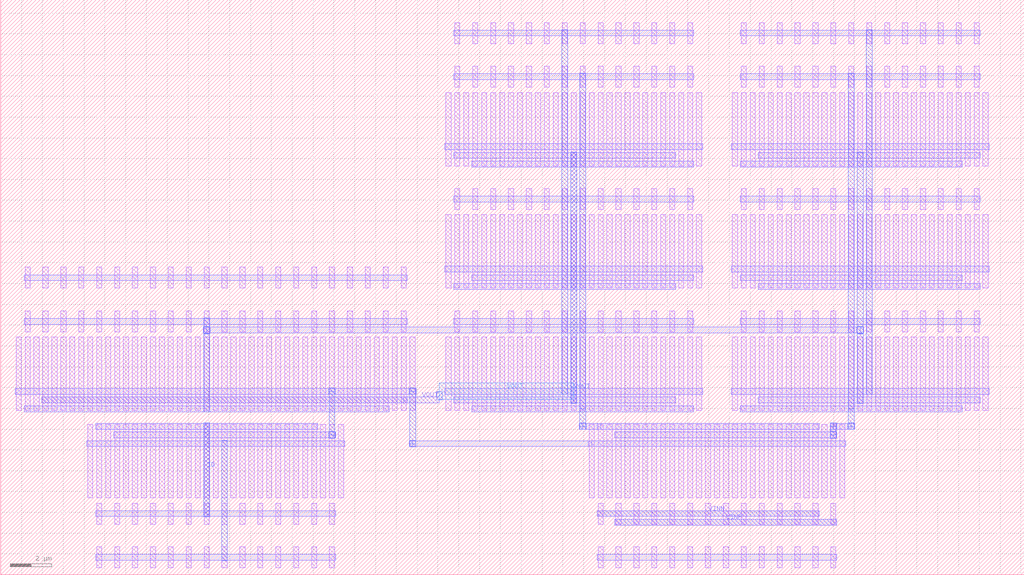
<source format=lef>
MACRO CURRENT_MIRROR_OTA
  ORIGIN 0 0 ;
  FOREIGN CURRENT_MIRROR_OTA 0 0 ;
  SIZE 49.15 BY 27.64 ;
  PIN ID
    DIRECTION INOUT ;
    USE SIGNAL ;
    PORT 
      LAYER M3 ;
        RECT 9.75 2.78 10.03 7.3 ;
    END
  END ID
  PIN VOUT
    DIRECTION INOUT ;
    USE SIGNAL ;
    PORT 
      LAYER M2 ;
        RECT 1.98 8.26 19.52 8.54 ;
      LAYER M3 ;
        RECT 27.38 8.24 27.66 20.32 ;
      LAYER M2 ;
        RECT 19.35 8.26 21.07 8.54 ;
      LAYER M3 ;
        RECT 20.93 8.4 21.21 8.82 ;
      LAYER M4 ;
        RECT 21.07 8.42 27.52 9.22 ;
      LAYER M3 ;
        RECT 27.38 8.635 27.66 9.005 ;
    END
  END VOUT
  PIN VINN
    DIRECTION INOUT ;
    USE SIGNAL ;
    PORT 
      LAYER M2 ;
        RECT 28.64 2.8 39.3 3.08 ;
    END
  END VINN
  PIN VINP
    DIRECTION INOUT ;
    USE SIGNAL ;
    PORT 
      LAYER M2 ;
        RECT 29.5 2.38 40.16 2.66 ;
    END
  END VINP
  OBS 
  LAYER M2 ;
        RECT 5.42 6.58 16.08 6.86 ;
  LAYER M2 ;
        RECT 0.69 8.68 19.95 8.96 ;
  LAYER M2 ;
        RECT 28.21 6.16 40.59 6.44 ;
  LAYER M2 ;
        RECT 15.75 6.58 16.07 6.86 ;
  LAYER M3 ;
        RECT 15.77 6.72 16.05 8.82 ;
  LAYER M2 ;
        RECT 15.75 8.68 16.07 8.96 ;
  LAYER M2 ;
        RECT 19.62 8.68 19.94 8.96 ;
  LAYER M3 ;
        RECT 19.64 6.3 19.92 8.82 ;
  LAYER M2 ;
        RECT 19.78 6.16 28.38 6.44 ;
  LAYER M2 ;
        RECT 15.75 6.58 16.07 6.86 ;
  LAYER M3 ;
        RECT 15.77 6.56 16.05 6.88 ;
  LAYER M2 ;
        RECT 15.75 8.68 16.07 8.96 ;
  LAYER M3 ;
        RECT 15.77 8.66 16.05 8.98 ;
  LAYER M2 ;
        RECT 15.75 6.58 16.07 6.86 ;
  LAYER M3 ;
        RECT 15.77 6.56 16.05 6.88 ;
  LAYER M2 ;
        RECT 15.75 8.68 16.07 8.96 ;
  LAYER M3 ;
        RECT 15.77 8.66 16.05 8.98 ;
  LAYER M2 ;
        RECT 15.75 6.58 16.07 6.86 ;
  LAYER M3 ;
        RECT 15.77 6.56 16.05 6.88 ;
  LAYER M2 ;
        RECT 15.75 8.68 16.07 8.96 ;
  LAYER M3 ;
        RECT 15.77 8.66 16.05 8.98 ;
  LAYER M2 ;
        RECT 19.62 6.16 19.94 6.44 ;
  LAYER M3 ;
        RECT 19.64 6.14 19.92 6.46 ;
  LAYER M2 ;
        RECT 19.62 8.68 19.94 8.96 ;
  LAYER M3 ;
        RECT 19.64 8.66 19.92 8.98 ;
  LAYER M2 ;
        RECT 15.75 6.58 16.07 6.86 ;
  LAYER M3 ;
        RECT 15.77 6.56 16.05 6.88 ;
  LAYER M2 ;
        RECT 15.75 8.68 16.07 8.96 ;
  LAYER M3 ;
        RECT 15.77 8.66 16.05 8.98 ;
  LAYER M2 ;
        RECT 19.62 6.16 19.94 6.44 ;
  LAYER M3 ;
        RECT 19.64 6.14 19.92 6.46 ;
  LAYER M2 ;
        RECT 19.62 8.68 19.94 8.96 ;
  LAYER M3 ;
        RECT 19.64 8.66 19.92 8.98 ;
  LAYER M2 ;
        RECT 28.64 7 39.3 7.28 ;
  LAYER M3 ;
        RECT 27.81 7.82 28.09 24.1 ;
  LAYER M2 ;
        RECT 27.95 7 28.81 7.28 ;
  LAYER M3 ;
        RECT 27.81 7.14 28.09 7.98 ;
  LAYER M2 ;
        RECT 27.79 7 28.11 7.28 ;
  LAYER M3 ;
        RECT 27.81 6.98 28.09 7.3 ;
  LAYER M2 ;
        RECT 27.79 7 28.11 7.28 ;
  LAYER M3 ;
        RECT 27.81 6.98 28.09 7.3 ;
  LAYER M2 ;
        RECT 29.5 6.58 40.16 6.86 ;
  LAYER M3 ;
        RECT 40.71 7.82 40.99 24.1 ;
  LAYER M2 ;
        RECT 39.83 6.58 40.15 6.86 ;
  LAYER M3 ;
        RECT 39.85 6.72 40.13 7.14 ;
  LAYER M2 ;
        RECT 39.99 7 40.85 7.28 ;
  LAYER M3 ;
        RECT 40.71 7.14 40.99 7.98 ;
  LAYER M2 ;
        RECT 39.83 6.58 40.15 6.86 ;
  LAYER M3 ;
        RECT 39.85 6.56 40.13 6.88 ;
  LAYER M2 ;
        RECT 39.83 7 40.15 7.28 ;
  LAYER M3 ;
        RECT 39.85 6.98 40.13 7.3 ;
  LAYER M2 ;
        RECT 40.69 7 41.01 7.28 ;
  LAYER M3 ;
        RECT 40.71 6.98 40.99 7.3 ;
  LAYER M2 ;
        RECT 39.83 6.58 40.15 6.86 ;
  LAYER M3 ;
        RECT 39.85 6.56 40.13 6.88 ;
  LAYER M2 ;
        RECT 39.83 7 40.15 7.28 ;
  LAYER M3 ;
        RECT 39.85 6.98 40.13 7.3 ;
  LAYER M2 ;
        RECT 40.69 7 41.01 7.28 ;
  LAYER M3 ;
        RECT 40.71 6.98 40.99 7.3 ;
  LAYER M3 ;
        RECT 9.75 7.82 10.03 12.34 ;
  LAYER M3 ;
        RECT 41.14 8.24 41.42 20.32 ;
  LAYER M3 ;
        RECT 9.75 11.575 10.03 11.945 ;
  LAYER M2 ;
        RECT 9.89 11.62 41.28 11.9 ;
  LAYER M3 ;
        RECT 41.14 11.575 41.42 11.945 ;
  LAYER M2 ;
        RECT 9.73 11.62 10.05 11.9 ;
  LAYER M3 ;
        RECT 9.75 11.6 10.03 11.92 ;
  LAYER M2 ;
        RECT 41.12 11.62 41.44 11.9 ;
  LAYER M3 ;
        RECT 41.14 11.6 41.42 11.92 ;
  LAYER M2 ;
        RECT 9.73 11.62 10.05 11.9 ;
  LAYER M3 ;
        RECT 9.75 11.6 10.03 11.92 ;
  LAYER M2 ;
        RECT 41.12 11.62 41.44 11.9 ;
  LAYER M3 ;
        RECT 41.14 11.6 41.42 11.92 ;
  LAYER M1 ;
        RECT 4.605 3.695 4.855 7.225 ;
  LAYER M1 ;
        RECT 4.605 2.435 4.855 3.445 ;
  LAYER M1 ;
        RECT 4.605 0.335 4.855 1.345 ;
  LAYER M1 ;
        RECT 4.175 3.695 4.425 7.225 ;
  LAYER M1 ;
        RECT 5.035 3.695 5.285 7.225 ;
  LAYER M1 ;
        RECT 5.465 3.695 5.715 7.225 ;
  LAYER M1 ;
        RECT 5.465 2.435 5.715 3.445 ;
  LAYER M1 ;
        RECT 5.465 0.335 5.715 1.345 ;
  LAYER M1 ;
        RECT 5.895 3.695 6.145 7.225 ;
  LAYER M1 ;
        RECT 6.325 3.695 6.575 7.225 ;
  LAYER M1 ;
        RECT 6.325 2.435 6.575 3.445 ;
  LAYER M1 ;
        RECT 6.325 0.335 6.575 1.345 ;
  LAYER M1 ;
        RECT 6.755 3.695 7.005 7.225 ;
  LAYER M1 ;
        RECT 7.185 3.695 7.435 7.225 ;
  LAYER M1 ;
        RECT 7.185 2.435 7.435 3.445 ;
  LAYER M1 ;
        RECT 7.185 0.335 7.435 1.345 ;
  LAYER M1 ;
        RECT 7.615 3.695 7.865 7.225 ;
  LAYER M1 ;
        RECT 8.045 3.695 8.295 7.225 ;
  LAYER M1 ;
        RECT 8.045 2.435 8.295 3.445 ;
  LAYER M1 ;
        RECT 8.045 0.335 8.295 1.345 ;
  LAYER M1 ;
        RECT 8.475 3.695 8.725 7.225 ;
  LAYER M1 ;
        RECT 8.905 3.695 9.155 7.225 ;
  LAYER M1 ;
        RECT 8.905 2.435 9.155 3.445 ;
  LAYER M1 ;
        RECT 8.905 0.335 9.155 1.345 ;
  LAYER M1 ;
        RECT 9.335 3.695 9.585 7.225 ;
  LAYER M1 ;
        RECT 9.765 3.695 10.015 7.225 ;
  LAYER M1 ;
        RECT 9.765 2.435 10.015 3.445 ;
  LAYER M1 ;
        RECT 9.765 0.335 10.015 1.345 ;
  LAYER M1 ;
        RECT 10.195 3.695 10.445 7.225 ;
  LAYER M1 ;
        RECT 10.625 3.695 10.875 7.225 ;
  LAYER M1 ;
        RECT 10.625 2.435 10.875 3.445 ;
  LAYER M1 ;
        RECT 10.625 0.335 10.875 1.345 ;
  LAYER M1 ;
        RECT 11.055 3.695 11.305 7.225 ;
  LAYER M1 ;
        RECT 11.485 3.695 11.735 7.225 ;
  LAYER M1 ;
        RECT 11.485 2.435 11.735 3.445 ;
  LAYER M1 ;
        RECT 11.485 0.335 11.735 1.345 ;
  LAYER M1 ;
        RECT 11.915 3.695 12.165 7.225 ;
  LAYER M1 ;
        RECT 12.345 3.695 12.595 7.225 ;
  LAYER M1 ;
        RECT 12.345 2.435 12.595 3.445 ;
  LAYER M1 ;
        RECT 12.345 0.335 12.595 1.345 ;
  LAYER M1 ;
        RECT 12.775 3.695 13.025 7.225 ;
  LAYER M1 ;
        RECT 13.205 3.695 13.455 7.225 ;
  LAYER M1 ;
        RECT 13.205 2.435 13.455 3.445 ;
  LAYER M1 ;
        RECT 13.205 0.335 13.455 1.345 ;
  LAYER M1 ;
        RECT 13.635 3.695 13.885 7.225 ;
  LAYER M1 ;
        RECT 14.065 3.695 14.315 7.225 ;
  LAYER M1 ;
        RECT 14.065 2.435 14.315 3.445 ;
  LAYER M1 ;
        RECT 14.065 0.335 14.315 1.345 ;
  LAYER M1 ;
        RECT 14.495 3.695 14.745 7.225 ;
  LAYER M1 ;
        RECT 14.925 3.695 15.175 7.225 ;
  LAYER M1 ;
        RECT 14.925 2.435 15.175 3.445 ;
  LAYER M1 ;
        RECT 14.925 0.335 15.175 1.345 ;
  LAYER M1 ;
        RECT 15.355 3.695 15.605 7.225 ;
  LAYER M1 ;
        RECT 15.785 3.695 16.035 7.225 ;
  LAYER M1 ;
        RECT 15.785 2.435 16.035 3.445 ;
  LAYER M1 ;
        RECT 15.785 0.335 16.035 1.345 ;
  LAYER M1 ;
        RECT 16.215 3.695 16.465 7.225 ;
  LAYER M2 ;
        RECT 4.56 2.8 16.08 3.08 ;
  LAYER M2 ;
        RECT 4.56 7 15.22 7.28 ;
  LAYER M2 ;
        RECT 4.13 6.16 16.51 6.44 ;
  LAYER M2 ;
        RECT 4.56 0.7 16.08 0.98 ;
  LAYER M3 ;
        RECT 9.75 2.78 10.03 7.3 ;
  LAYER M2 ;
        RECT 5.42 6.58 16.08 6.86 ;
  LAYER M3 ;
        RECT 10.61 0.68 10.89 6.46 ;
  LAYER M1 ;
        RECT 32.985 7.895 33.235 11.425 ;
  LAYER M1 ;
        RECT 32.985 11.675 33.235 12.685 ;
  LAYER M1 ;
        RECT 32.985 13.775 33.235 17.305 ;
  LAYER M1 ;
        RECT 32.985 17.555 33.235 18.565 ;
  LAYER M1 ;
        RECT 32.985 19.655 33.235 23.185 ;
  LAYER M1 ;
        RECT 32.985 23.435 33.235 24.445 ;
  LAYER M1 ;
        RECT 32.985 25.535 33.235 26.545 ;
  LAYER M1 ;
        RECT 33.415 7.895 33.665 11.425 ;
  LAYER M1 ;
        RECT 33.415 13.775 33.665 17.305 ;
  LAYER M1 ;
        RECT 33.415 19.655 33.665 23.185 ;
  LAYER M1 ;
        RECT 32.555 7.895 32.805 11.425 ;
  LAYER M1 ;
        RECT 32.555 13.775 32.805 17.305 ;
  LAYER M1 ;
        RECT 32.555 19.655 32.805 23.185 ;
  LAYER M1 ;
        RECT 32.125 7.895 32.375 11.425 ;
  LAYER M1 ;
        RECT 32.125 11.675 32.375 12.685 ;
  LAYER M1 ;
        RECT 32.125 13.775 32.375 17.305 ;
  LAYER M1 ;
        RECT 32.125 17.555 32.375 18.565 ;
  LAYER M1 ;
        RECT 32.125 19.655 32.375 23.185 ;
  LAYER M1 ;
        RECT 32.125 23.435 32.375 24.445 ;
  LAYER M1 ;
        RECT 32.125 25.535 32.375 26.545 ;
  LAYER M1 ;
        RECT 31.695 7.895 31.945 11.425 ;
  LAYER M1 ;
        RECT 31.695 13.775 31.945 17.305 ;
  LAYER M1 ;
        RECT 31.695 19.655 31.945 23.185 ;
  LAYER M1 ;
        RECT 31.265 7.895 31.515 11.425 ;
  LAYER M1 ;
        RECT 31.265 11.675 31.515 12.685 ;
  LAYER M1 ;
        RECT 31.265 13.775 31.515 17.305 ;
  LAYER M1 ;
        RECT 31.265 17.555 31.515 18.565 ;
  LAYER M1 ;
        RECT 31.265 19.655 31.515 23.185 ;
  LAYER M1 ;
        RECT 31.265 23.435 31.515 24.445 ;
  LAYER M1 ;
        RECT 31.265 25.535 31.515 26.545 ;
  LAYER M1 ;
        RECT 30.835 7.895 31.085 11.425 ;
  LAYER M1 ;
        RECT 30.835 13.775 31.085 17.305 ;
  LAYER M1 ;
        RECT 30.835 19.655 31.085 23.185 ;
  LAYER M1 ;
        RECT 30.405 7.895 30.655 11.425 ;
  LAYER M1 ;
        RECT 30.405 11.675 30.655 12.685 ;
  LAYER M1 ;
        RECT 30.405 13.775 30.655 17.305 ;
  LAYER M1 ;
        RECT 30.405 17.555 30.655 18.565 ;
  LAYER M1 ;
        RECT 30.405 19.655 30.655 23.185 ;
  LAYER M1 ;
        RECT 30.405 23.435 30.655 24.445 ;
  LAYER M1 ;
        RECT 30.405 25.535 30.655 26.545 ;
  LAYER M1 ;
        RECT 29.975 7.895 30.225 11.425 ;
  LAYER M1 ;
        RECT 29.975 13.775 30.225 17.305 ;
  LAYER M1 ;
        RECT 29.975 19.655 30.225 23.185 ;
  LAYER M1 ;
        RECT 29.545 7.895 29.795 11.425 ;
  LAYER M1 ;
        RECT 29.545 11.675 29.795 12.685 ;
  LAYER M1 ;
        RECT 29.545 13.775 29.795 17.305 ;
  LAYER M1 ;
        RECT 29.545 17.555 29.795 18.565 ;
  LAYER M1 ;
        RECT 29.545 19.655 29.795 23.185 ;
  LAYER M1 ;
        RECT 29.545 23.435 29.795 24.445 ;
  LAYER M1 ;
        RECT 29.545 25.535 29.795 26.545 ;
  LAYER M1 ;
        RECT 29.115 7.895 29.365 11.425 ;
  LAYER M1 ;
        RECT 29.115 13.775 29.365 17.305 ;
  LAYER M1 ;
        RECT 29.115 19.655 29.365 23.185 ;
  LAYER M1 ;
        RECT 28.685 7.895 28.935 11.425 ;
  LAYER M1 ;
        RECT 28.685 11.675 28.935 12.685 ;
  LAYER M1 ;
        RECT 28.685 13.775 28.935 17.305 ;
  LAYER M1 ;
        RECT 28.685 17.555 28.935 18.565 ;
  LAYER M1 ;
        RECT 28.685 19.655 28.935 23.185 ;
  LAYER M1 ;
        RECT 28.685 23.435 28.935 24.445 ;
  LAYER M1 ;
        RECT 28.685 25.535 28.935 26.545 ;
  LAYER M1 ;
        RECT 28.255 7.895 28.505 11.425 ;
  LAYER M1 ;
        RECT 28.255 13.775 28.505 17.305 ;
  LAYER M1 ;
        RECT 28.255 19.655 28.505 23.185 ;
  LAYER M1 ;
        RECT 27.825 7.895 28.075 11.425 ;
  LAYER M1 ;
        RECT 27.825 11.675 28.075 12.685 ;
  LAYER M1 ;
        RECT 27.825 13.775 28.075 17.305 ;
  LAYER M1 ;
        RECT 27.825 17.555 28.075 18.565 ;
  LAYER M1 ;
        RECT 27.825 19.655 28.075 23.185 ;
  LAYER M1 ;
        RECT 27.825 23.435 28.075 24.445 ;
  LAYER M1 ;
        RECT 27.825 25.535 28.075 26.545 ;
  LAYER M1 ;
        RECT 27.395 7.895 27.645 11.425 ;
  LAYER M1 ;
        RECT 27.395 13.775 27.645 17.305 ;
  LAYER M1 ;
        RECT 27.395 19.655 27.645 23.185 ;
  LAYER M1 ;
        RECT 26.965 7.895 27.215 11.425 ;
  LAYER M1 ;
        RECT 26.965 11.675 27.215 12.685 ;
  LAYER M1 ;
        RECT 26.965 13.775 27.215 17.305 ;
  LAYER M1 ;
        RECT 26.965 17.555 27.215 18.565 ;
  LAYER M1 ;
        RECT 26.965 19.655 27.215 23.185 ;
  LAYER M1 ;
        RECT 26.965 23.435 27.215 24.445 ;
  LAYER M1 ;
        RECT 26.965 25.535 27.215 26.545 ;
  LAYER M1 ;
        RECT 26.535 7.895 26.785 11.425 ;
  LAYER M1 ;
        RECT 26.535 13.775 26.785 17.305 ;
  LAYER M1 ;
        RECT 26.535 19.655 26.785 23.185 ;
  LAYER M1 ;
        RECT 26.105 7.895 26.355 11.425 ;
  LAYER M1 ;
        RECT 26.105 11.675 26.355 12.685 ;
  LAYER M1 ;
        RECT 26.105 13.775 26.355 17.305 ;
  LAYER M1 ;
        RECT 26.105 17.555 26.355 18.565 ;
  LAYER M1 ;
        RECT 26.105 19.655 26.355 23.185 ;
  LAYER M1 ;
        RECT 26.105 23.435 26.355 24.445 ;
  LAYER M1 ;
        RECT 26.105 25.535 26.355 26.545 ;
  LAYER M1 ;
        RECT 25.675 7.895 25.925 11.425 ;
  LAYER M1 ;
        RECT 25.675 13.775 25.925 17.305 ;
  LAYER M1 ;
        RECT 25.675 19.655 25.925 23.185 ;
  LAYER M1 ;
        RECT 25.245 7.895 25.495 11.425 ;
  LAYER M1 ;
        RECT 25.245 11.675 25.495 12.685 ;
  LAYER M1 ;
        RECT 25.245 13.775 25.495 17.305 ;
  LAYER M1 ;
        RECT 25.245 17.555 25.495 18.565 ;
  LAYER M1 ;
        RECT 25.245 19.655 25.495 23.185 ;
  LAYER M1 ;
        RECT 25.245 23.435 25.495 24.445 ;
  LAYER M1 ;
        RECT 25.245 25.535 25.495 26.545 ;
  LAYER M1 ;
        RECT 24.815 7.895 25.065 11.425 ;
  LAYER M1 ;
        RECT 24.815 13.775 25.065 17.305 ;
  LAYER M1 ;
        RECT 24.815 19.655 25.065 23.185 ;
  LAYER M1 ;
        RECT 24.385 7.895 24.635 11.425 ;
  LAYER M1 ;
        RECT 24.385 11.675 24.635 12.685 ;
  LAYER M1 ;
        RECT 24.385 13.775 24.635 17.305 ;
  LAYER M1 ;
        RECT 24.385 17.555 24.635 18.565 ;
  LAYER M1 ;
        RECT 24.385 19.655 24.635 23.185 ;
  LAYER M1 ;
        RECT 24.385 23.435 24.635 24.445 ;
  LAYER M1 ;
        RECT 24.385 25.535 24.635 26.545 ;
  LAYER M1 ;
        RECT 23.955 7.895 24.205 11.425 ;
  LAYER M1 ;
        RECT 23.955 13.775 24.205 17.305 ;
  LAYER M1 ;
        RECT 23.955 19.655 24.205 23.185 ;
  LAYER M1 ;
        RECT 23.525 7.895 23.775 11.425 ;
  LAYER M1 ;
        RECT 23.525 11.675 23.775 12.685 ;
  LAYER M1 ;
        RECT 23.525 13.775 23.775 17.305 ;
  LAYER M1 ;
        RECT 23.525 17.555 23.775 18.565 ;
  LAYER M1 ;
        RECT 23.525 19.655 23.775 23.185 ;
  LAYER M1 ;
        RECT 23.525 23.435 23.775 24.445 ;
  LAYER M1 ;
        RECT 23.525 25.535 23.775 26.545 ;
  LAYER M1 ;
        RECT 23.095 7.895 23.345 11.425 ;
  LAYER M1 ;
        RECT 23.095 13.775 23.345 17.305 ;
  LAYER M1 ;
        RECT 23.095 19.655 23.345 23.185 ;
  LAYER M1 ;
        RECT 22.665 7.895 22.915 11.425 ;
  LAYER M1 ;
        RECT 22.665 11.675 22.915 12.685 ;
  LAYER M1 ;
        RECT 22.665 13.775 22.915 17.305 ;
  LAYER M1 ;
        RECT 22.665 17.555 22.915 18.565 ;
  LAYER M1 ;
        RECT 22.665 19.655 22.915 23.185 ;
  LAYER M1 ;
        RECT 22.665 23.435 22.915 24.445 ;
  LAYER M1 ;
        RECT 22.665 25.535 22.915 26.545 ;
  LAYER M1 ;
        RECT 22.235 7.895 22.485 11.425 ;
  LAYER M1 ;
        RECT 22.235 13.775 22.485 17.305 ;
  LAYER M1 ;
        RECT 22.235 19.655 22.485 23.185 ;
  LAYER M1 ;
        RECT 21.805 7.895 22.055 11.425 ;
  LAYER M1 ;
        RECT 21.805 11.675 22.055 12.685 ;
  LAYER M1 ;
        RECT 21.805 13.775 22.055 17.305 ;
  LAYER M1 ;
        RECT 21.805 17.555 22.055 18.565 ;
  LAYER M1 ;
        RECT 21.805 19.655 22.055 23.185 ;
  LAYER M1 ;
        RECT 21.805 23.435 22.055 24.445 ;
  LAYER M1 ;
        RECT 21.805 25.535 22.055 26.545 ;
  LAYER M1 ;
        RECT 21.375 7.895 21.625 11.425 ;
  LAYER M1 ;
        RECT 21.375 13.775 21.625 17.305 ;
  LAYER M1 ;
        RECT 21.375 19.655 21.625 23.185 ;
  LAYER M2 ;
        RECT 21.76 12.04 33.28 12.32 ;
  LAYER M2 ;
        RECT 22.62 7.84 33.28 8.12 ;
  LAYER M2 ;
        RECT 21.76 8.26 32.42 8.54 ;
  LAYER M2 ;
        RECT 21.33 8.68 33.71 8.96 ;
  LAYER M2 ;
        RECT 21.76 17.92 33.28 18.2 ;
  LAYER M2 ;
        RECT 21.76 13.72 32.42 14 ;
  LAYER M2 ;
        RECT 22.62 14.14 33.28 14.42 ;
  LAYER M2 ;
        RECT 21.33 14.56 33.71 14.84 ;
  LAYER M2 ;
        RECT 21.76 23.8 33.28 24.08 ;
  LAYER M2 ;
        RECT 22.62 19.6 33.28 19.88 ;
  LAYER M2 ;
        RECT 21.76 20.02 32.42 20.3 ;
  LAYER M2 ;
        RECT 21.33 20.44 33.71 20.72 ;
  LAYER M2 ;
        RECT 21.76 25.9 33.28 26.18 ;
  LAYER M3 ;
        RECT 27.81 7.82 28.09 24.1 ;
  LAYER M3 ;
        RECT 27.38 8.24 27.66 20.32 ;
  LAYER M3 ;
        RECT 26.95 8.66 27.23 26.2 ;
  LAYER M1 ;
        RECT 35.565 7.895 35.815 11.425 ;
  LAYER M1 ;
        RECT 35.565 11.675 35.815 12.685 ;
  LAYER M1 ;
        RECT 35.565 13.775 35.815 17.305 ;
  LAYER M1 ;
        RECT 35.565 17.555 35.815 18.565 ;
  LAYER M1 ;
        RECT 35.565 19.655 35.815 23.185 ;
  LAYER M1 ;
        RECT 35.565 23.435 35.815 24.445 ;
  LAYER M1 ;
        RECT 35.565 25.535 35.815 26.545 ;
  LAYER M1 ;
        RECT 35.135 7.895 35.385 11.425 ;
  LAYER M1 ;
        RECT 35.135 13.775 35.385 17.305 ;
  LAYER M1 ;
        RECT 35.135 19.655 35.385 23.185 ;
  LAYER M1 ;
        RECT 35.995 7.895 36.245 11.425 ;
  LAYER M1 ;
        RECT 35.995 13.775 36.245 17.305 ;
  LAYER M1 ;
        RECT 35.995 19.655 36.245 23.185 ;
  LAYER M1 ;
        RECT 36.425 7.895 36.675 11.425 ;
  LAYER M1 ;
        RECT 36.425 11.675 36.675 12.685 ;
  LAYER M1 ;
        RECT 36.425 13.775 36.675 17.305 ;
  LAYER M1 ;
        RECT 36.425 17.555 36.675 18.565 ;
  LAYER M1 ;
        RECT 36.425 19.655 36.675 23.185 ;
  LAYER M1 ;
        RECT 36.425 23.435 36.675 24.445 ;
  LAYER M1 ;
        RECT 36.425 25.535 36.675 26.545 ;
  LAYER M1 ;
        RECT 36.855 7.895 37.105 11.425 ;
  LAYER M1 ;
        RECT 36.855 13.775 37.105 17.305 ;
  LAYER M1 ;
        RECT 36.855 19.655 37.105 23.185 ;
  LAYER M1 ;
        RECT 37.285 7.895 37.535 11.425 ;
  LAYER M1 ;
        RECT 37.285 11.675 37.535 12.685 ;
  LAYER M1 ;
        RECT 37.285 13.775 37.535 17.305 ;
  LAYER M1 ;
        RECT 37.285 17.555 37.535 18.565 ;
  LAYER M1 ;
        RECT 37.285 19.655 37.535 23.185 ;
  LAYER M1 ;
        RECT 37.285 23.435 37.535 24.445 ;
  LAYER M1 ;
        RECT 37.285 25.535 37.535 26.545 ;
  LAYER M1 ;
        RECT 37.715 7.895 37.965 11.425 ;
  LAYER M1 ;
        RECT 37.715 13.775 37.965 17.305 ;
  LAYER M1 ;
        RECT 37.715 19.655 37.965 23.185 ;
  LAYER M1 ;
        RECT 38.145 7.895 38.395 11.425 ;
  LAYER M1 ;
        RECT 38.145 11.675 38.395 12.685 ;
  LAYER M1 ;
        RECT 38.145 13.775 38.395 17.305 ;
  LAYER M1 ;
        RECT 38.145 17.555 38.395 18.565 ;
  LAYER M1 ;
        RECT 38.145 19.655 38.395 23.185 ;
  LAYER M1 ;
        RECT 38.145 23.435 38.395 24.445 ;
  LAYER M1 ;
        RECT 38.145 25.535 38.395 26.545 ;
  LAYER M1 ;
        RECT 38.575 7.895 38.825 11.425 ;
  LAYER M1 ;
        RECT 38.575 13.775 38.825 17.305 ;
  LAYER M1 ;
        RECT 38.575 19.655 38.825 23.185 ;
  LAYER M1 ;
        RECT 39.005 7.895 39.255 11.425 ;
  LAYER M1 ;
        RECT 39.005 11.675 39.255 12.685 ;
  LAYER M1 ;
        RECT 39.005 13.775 39.255 17.305 ;
  LAYER M1 ;
        RECT 39.005 17.555 39.255 18.565 ;
  LAYER M1 ;
        RECT 39.005 19.655 39.255 23.185 ;
  LAYER M1 ;
        RECT 39.005 23.435 39.255 24.445 ;
  LAYER M1 ;
        RECT 39.005 25.535 39.255 26.545 ;
  LAYER M1 ;
        RECT 39.435 7.895 39.685 11.425 ;
  LAYER M1 ;
        RECT 39.435 13.775 39.685 17.305 ;
  LAYER M1 ;
        RECT 39.435 19.655 39.685 23.185 ;
  LAYER M1 ;
        RECT 39.865 7.895 40.115 11.425 ;
  LAYER M1 ;
        RECT 39.865 11.675 40.115 12.685 ;
  LAYER M1 ;
        RECT 39.865 13.775 40.115 17.305 ;
  LAYER M1 ;
        RECT 39.865 17.555 40.115 18.565 ;
  LAYER M1 ;
        RECT 39.865 19.655 40.115 23.185 ;
  LAYER M1 ;
        RECT 39.865 23.435 40.115 24.445 ;
  LAYER M1 ;
        RECT 39.865 25.535 40.115 26.545 ;
  LAYER M1 ;
        RECT 40.295 7.895 40.545 11.425 ;
  LAYER M1 ;
        RECT 40.295 13.775 40.545 17.305 ;
  LAYER M1 ;
        RECT 40.295 19.655 40.545 23.185 ;
  LAYER M1 ;
        RECT 40.725 7.895 40.975 11.425 ;
  LAYER M1 ;
        RECT 40.725 11.675 40.975 12.685 ;
  LAYER M1 ;
        RECT 40.725 13.775 40.975 17.305 ;
  LAYER M1 ;
        RECT 40.725 17.555 40.975 18.565 ;
  LAYER M1 ;
        RECT 40.725 19.655 40.975 23.185 ;
  LAYER M1 ;
        RECT 40.725 23.435 40.975 24.445 ;
  LAYER M1 ;
        RECT 40.725 25.535 40.975 26.545 ;
  LAYER M1 ;
        RECT 41.155 7.895 41.405 11.425 ;
  LAYER M1 ;
        RECT 41.155 13.775 41.405 17.305 ;
  LAYER M1 ;
        RECT 41.155 19.655 41.405 23.185 ;
  LAYER M1 ;
        RECT 41.585 7.895 41.835 11.425 ;
  LAYER M1 ;
        RECT 41.585 11.675 41.835 12.685 ;
  LAYER M1 ;
        RECT 41.585 13.775 41.835 17.305 ;
  LAYER M1 ;
        RECT 41.585 17.555 41.835 18.565 ;
  LAYER M1 ;
        RECT 41.585 19.655 41.835 23.185 ;
  LAYER M1 ;
        RECT 41.585 23.435 41.835 24.445 ;
  LAYER M1 ;
        RECT 41.585 25.535 41.835 26.545 ;
  LAYER M1 ;
        RECT 42.015 7.895 42.265 11.425 ;
  LAYER M1 ;
        RECT 42.015 13.775 42.265 17.305 ;
  LAYER M1 ;
        RECT 42.015 19.655 42.265 23.185 ;
  LAYER M1 ;
        RECT 42.445 7.895 42.695 11.425 ;
  LAYER M1 ;
        RECT 42.445 11.675 42.695 12.685 ;
  LAYER M1 ;
        RECT 42.445 13.775 42.695 17.305 ;
  LAYER M1 ;
        RECT 42.445 17.555 42.695 18.565 ;
  LAYER M1 ;
        RECT 42.445 19.655 42.695 23.185 ;
  LAYER M1 ;
        RECT 42.445 23.435 42.695 24.445 ;
  LAYER M1 ;
        RECT 42.445 25.535 42.695 26.545 ;
  LAYER M1 ;
        RECT 42.875 7.895 43.125 11.425 ;
  LAYER M1 ;
        RECT 42.875 13.775 43.125 17.305 ;
  LAYER M1 ;
        RECT 42.875 19.655 43.125 23.185 ;
  LAYER M1 ;
        RECT 43.305 7.895 43.555 11.425 ;
  LAYER M1 ;
        RECT 43.305 11.675 43.555 12.685 ;
  LAYER M1 ;
        RECT 43.305 13.775 43.555 17.305 ;
  LAYER M1 ;
        RECT 43.305 17.555 43.555 18.565 ;
  LAYER M1 ;
        RECT 43.305 19.655 43.555 23.185 ;
  LAYER M1 ;
        RECT 43.305 23.435 43.555 24.445 ;
  LAYER M1 ;
        RECT 43.305 25.535 43.555 26.545 ;
  LAYER M1 ;
        RECT 43.735 7.895 43.985 11.425 ;
  LAYER M1 ;
        RECT 43.735 13.775 43.985 17.305 ;
  LAYER M1 ;
        RECT 43.735 19.655 43.985 23.185 ;
  LAYER M1 ;
        RECT 44.165 7.895 44.415 11.425 ;
  LAYER M1 ;
        RECT 44.165 11.675 44.415 12.685 ;
  LAYER M1 ;
        RECT 44.165 13.775 44.415 17.305 ;
  LAYER M1 ;
        RECT 44.165 17.555 44.415 18.565 ;
  LAYER M1 ;
        RECT 44.165 19.655 44.415 23.185 ;
  LAYER M1 ;
        RECT 44.165 23.435 44.415 24.445 ;
  LAYER M1 ;
        RECT 44.165 25.535 44.415 26.545 ;
  LAYER M1 ;
        RECT 44.595 7.895 44.845 11.425 ;
  LAYER M1 ;
        RECT 44.595 13.775 44.845 17.305 ;
  LAYER M1 ;
        RECT 44.595 19.655 44.845 23.185 ;
  LAYER M1 ;
        RECT 45.025 7.895 45.275 11.425 ;
  LAYER M1 ;
        RECT 45.025 11.675 45.275 12.685 ;
  LAYER M1 ;
        RECT 45.025 13.775 45.275 17.305 ;
  LAYER M1 ;
        RECT 45.025 17.555 45.275 18.565 ;
  LAYER M1 ;
        RECT 45.025 19.655 45.275 23.185 ;
  LAYER M1 ;
        RECT 45.025 23.435 45.275 24.445 ;
  LAYER M1 ;
        RECT 45.025 25.535 45.275 26.545 ;
  LAYER M1 ;
        RECT 45.455 7.895 45.705 11.425 ;
  LAYER M1 ;
        RECT 45.455 13.775 45.705 17.305 ;
  LAYER M1 ;
        RECT 45.455 19.655 45.705 23.185 ;
  LAYER M1 ;
        RECT 45.885 7.895 46.135 11.425 ;
  LAYER M1 ;
        RECT 45.885 11.675 46.135 12.685 ;
  LAYER M1 ;
        RECT 45.885 13.775 46.135 17.305 ;
  LAYER M1 ;
        RECT 45.885 17.555 46.135 18.565 ;
  LAYER M1 ;
        RECT 45.885 19.655 46.135 23.185 ;
  LAYER M1 ;
        RECT 45.885 23.435 46.135 24.445 ;
  LAYER M1 ;
        RECT 45.885 25.535 46.135 26.545 ;
  LAYER M1 ;
        RECT 46.315 7.895 46.565 11.425 ;
  LAYER M1 ;
        RECT 46.315 13.775 46.565 17.305 ;
  LAYER M1 ;
        RECT 46.315 19.655 46.565 23.185 ;
  LAYER M1 ;
        RECT 46.745 7.895 46.995 11.425 ;
  LAYER M1 ;
        RECT 46.745 11.675 46.995 12.685 ;
  LAYER M1 ;
        RECT 46.745 13.775 46.995 17.305 ;
  LAYER M1 ;
        RECT 46.745 17.555 46.995 18.565 ;
  LAYER M1 ;
        RECT 46.745 19.655 46.995 23.185 ;
  LAYER M1 ;
        RECT 46.745 23.435 46.995 24.445 ;
  LAYER M1 ;
        RECT 46.745 25.535 46.995 26.545 ;
  LAYER M1 ;
        RECT 47.175 7.895 47.425 11.425 ;
  LAYER M1 ;
        RECT 47.175 13.775 47.425 17.305 ;
  LAYER M1 ;
        RECT 47.175 19.655 47.425 23.185 ;
  LAYER M2 ;
        RECT 35.52 12.04 47.04 12.32 ;
  LAYER M2 ;
        RECT 35.52 7.84 46.18 8.12 ;
  LAYER M2 ;
        RECT 36.38 8.26 47.04 8.54 ;
  LAYER M2 ;
        RECT 35.09 8.68 47.47 8.96 ;
  LAYER M2 ;
        RECT 35.52 17.92 47.04 18.2 ;
  LAYER M2 ;
        RECT 36.38 13.72 47.04 14 ;
  LAYER M2 ;
        RECT 35.52 14.14 46.18 14.42 ;
  LAYER M2 ;
        RECT 35.09 14.56 47.47 14.84 ;
  LAYER M2 ;
        RECT 35.52 23.8 47.04 24.08 ;
  LAYER M2 ;
        RECT 35.52 19.6 46.18 19.88 ;
  LAYER M2 ;
        RECT 36.38 20.02 47.04 20.3 ;
  LAYER M2 ;
        RECT 35.09 20.44 47.47 20.72 ;
  LAYER M2 ;
        RECT 35.52 25.9 47.04 26.18 ;
  LAYER M3 ;
        RECT 40.71 7.82 40.99 24.1 ;
  LAYER M3 ;
        RECT 41.14 8.24 41.42 20.32 ;
  LAYER M3 ;
        RECT 41.57 8.66 41.85 26.2 ;
  LAYER M1 ;
        RECT 1.165 7.895 1.415 11.425 ;
  LAYER M1 ;
        RECT 1.165 11.675 1.415 12.685 ;
  LAYER M1 ;
        RECT 1.165 13.775 1.415 14.785 ;
  LAYER M1 ;
        RECT 0.735 7.895 0.985 11.425 ;
  LAYER M1 ;
        RECT 1.595 7.895 1.845 11.425 ;
  LAYER M1 ;
        RECT 2.025 7.895 2.275 11.425 ;
  LAYER M1 ;
        RECT 2.025 11.675 2.275 12.685 ;
  LAYER M1 ;
        RECT 2.025 13.775 2.275 14.785 ;
  LAYER M1 ;
        RECT 2.455 7.895 2.705 11.425 ;
  LAYER M1 ;
        RECT 2.885 7.895 3.135 11.425 ;
  LAYER M1 ;
        RECT 2.885 11.675 3.135 12.685 ;
  LAYER M1 ;
        RECT 2.885 13.775 3.135 14.785 ;
  LAYER M1 ;
        RECT 3.315 7.895 3.565 11.425 ;
  LAYER M1 ;
        RECT 3.745 7.895 3.995 11.425 ;
  LAYER M1 ;
        RECT 3.745 11.675 3.995 12.685 ;
  LAYER M1 ;
        RECT 3.745 13.775 3.995 14.785 ;
  LAYER M1 ;
        RECT 4.175 7.895 4.425 11.425 ;
  LAYER M1 ;
        RECT 4.605 7.895 4.855 11.425 ;
  LAYER M1 ;
        RECT 4.605 11.675 4.855 12.685 ;
  LAYER M1 ;
        RECT 4.605 13.775 4.855 14.785 ;
  LAYER M1 ;
        RECT 5.035 7.895 5.285 11.425 ;
  LAYER M1 ;
        RECT 5.465 7.895 5.715 11.425 ;
  LAYER M1 ;
        RECT 5.465 11.675 5.715 12.685 ;
  LAYER M1 ;
        RECT 5.465 13.775 5.715 14.785 ;
  LAYER M1 ;
        RECT 5.895 7.895 6.145 11.425 ;
  LAYER M1 ;
        RECT 6.325 7.895 6.575 11.425 ;
  LAYER M1 ;
        RECT 6.325 11.675 6.575 12.685 ;
  LAYER M1 ;
        RECT 6.325 13.775 6.575 14.785 ;
  LAYER M1 ;
        RECT 6.755 7.895 7.005 11.425 ;
  LAYER M1 ;
        RECT 7.185 7.895 7.435 11.425 ;
  LAYER M1 ;
        RECT 7.185 11.675 7.435 12.685 ;
  LAYER M1 ;
        RECT 7.185 13.775 7.435 14.785 ;
  LAYER M1 ;
        RECT 7.615 7.895 7.865 11.425 ;
  LAYER M1 ;
        RECT 8.045 7.895 8.295 11.425 ;
  LAYER M1 ;
        RECT 8.045 11.675 8.295 12.685 ;
  LAYER M1 ;
        RECT 8.045 13.775 8.295 14.785 ;
  LAYER M1 ;
        RECT 8.475 7.895 8.725 11.425 ;
  LAYER M1 ;
        RECT 8.905 7.895 9.155 11.425 ;
  LAYER M1 ;
        RECT 8.905 11.675 9.155 12.685 ;
  LAYER M1 ;
        RECT 8.905 13.775 9.155 14.785 ;
  LAYER M1 ;
        RECT 9.335 7.895 9.585 11.425 ;
  LAYER M1 ;
        RECT 9.765 7.895 10.015 11.425 ;
  LAYER M1 ;
        RECT 9.765 11.675 10.015 12.685 ;
  LAYER M1 ;
        RECT 9.765 13.775 10.015 14.785 ;
  LAYER M1 ;
        RECT 10.195 7.895 10.445 11.425 ;
  LAYER M1 ;
        RECT 10.625 7.895 10.875 11.425 ;
  LAYER M1 ;
        RECT 10.625 11.675 10.875 12.685 ;
  LAYER M1 ;
        RECT 10.625 13.775 10.875 14.785 ;
  LAYER M1 ;
        RECT 11.055 7.895 11.305 11.425 ;
  LAYER M1 ;
        RECT 11.485 7.895 11.735 11.425 ;
  LAYER M1 ;
        RECT 11.485 11.675 11.735 12.685 ;
  LAYER M1 ;
        RECT 11.485 13.775 11.735 14.785 ;
  LAYER M1 ;
        RECT 11.915 7.895 12.165 11.425 ;
  LAYER M1 ;
        RECT 12.345 7.895 12.595 11.425 ;
  LAYER M1 ;
        RECT 12.345 11.675 12.595 12.685 ;
  LAYER M1 ;
        RECT 12.345 13.775 12.595 14.785 ;
  LAYER M1 ;
        RECT 12.775 7.895 13.025 11.425 ;
  LAYER M1 ;
        RECT 13.205 7.895 13.455 11.425 ;
  LAYER M1 ;
        RECT 13.205 11.675 13.455 12.685 ;
  LAYER M1 ;
        RECT 13.205 13.775 13.455 14.785 ;
  LAYER M1 ;
        RECT 13.635 7.895 13.885 11.425 ;
  LAYER M1 ;
        RECT 14.065 7.895 14.315 11.425 ;
  LAYER M1 ;
        RECT 14.065 11.675 14.315 12.685 ;
  LAYER M1 ;
        RECT 14.065 13.775 14.315 14.785 ;
  LAYER M1 ;
        RECT 14.495 7.895 14.745 11.425 ;
  LAYER M1 ;
        RECT 14.925 7.895 15.175 11.425 ;
  LAYER M1 ;
        RECT 14.925 11.675 15.175 12.685 ;
  LAYER M1 ;
        RECT 14.925 13.775 15.175 14.785 ;
  LAYER M1 ;
        RECT 15.355 7.895 15.605 11.425 ;
  LAYER M1 ;
        RECT 15.785 7.895 16.035 11.425 ;
  LAYER M1 ;
        RECT 15.785 11.675 16.035 12.685 ;
  LAYER M1 ;
        RECT 15.785 13.775 16.035 14.785 ;
  LAYER M1 ;
        RECT 16.215 7.895 16.465 11.425 ;
  LAYER M1 ;
        RECT 16.645 7.895 16.895 11.425 ;
  LAYER M1 ;
        RECT 16.645 11.675 16.895 12.685 ;
  LAYER M1 ;
        RECT 16.645 13.775 16.895 14.785 ;
  LAYER M1 ;
        RECT 17.075 7.895 17.325 11.425 ;
  LAYER M1 ;
        RECT 17.505 7.895 17.755 11.425 ;
  LAYER M1 ;
        RECT 17.505 11.675 17.755 12.685 ;
  LAYER M1 ;
        RECT 17.505 13.775 17.755 14.785 ;
  LAYER M1 ;
        RECT 17.935 7.895 18.185 11.425 ;
  LAYER M1 ;
        RECT 18.365 7.895 18.615 11.425 ;
  LAYER M1 ;
        RECT 18.365 11.675 18.615 12.685 ;
  LAYER M1 ;
        RECT 18.365 13.775 18.615 14.785 ;
  LAYER M1 ;
        RECT 18.795 7.895 19.045 11.425 ;
  LAYER M1 ;
        RECT 19.225 7.895 19.475 11.425 ;
  LAYER M1 ;
        RECT 19.225 11.675 19.475 12.685 ;
  LAYER M1 ;
        RECT 19.225 13.775 19.475 14.785 ;
  LAYER M1 ;
        RECT 19.655 7.895 19.905 11.425 ;
  LAYER M2 ;
        RECT 1.12 12.04 19.52 12.32 ;
  LAYER M2 ;
        RECT 1.12 7.84 18.66 8.12 ;
  LAYER M2 ;
        RECT 1.12 14.14 19.52 14.42 ;
  LAYER M3 ;
        RECT 9.75 7.82 10.03 12.34 ;
  LAYER M2 ;
        RECT 1.98 8.26 19.52 8.54 ;
  LAYER M2 ;
        RECT 0.69 8.68 19.95 8.96 ;
  LAYER M1 ;
        RECT 28.685 3.695 28.935 7.225 ;
  LAYER M1 ;
        RECT 28.685 2.435 28.935 3.445 ;
  LAYER M1 ;
        RECT 28.685 0.335 28.935 1.345 ;
  LAYER M1 ;
        RECT 28.255 3.695 28.505 7.225 ;
  LAYER M1 ;
        RECT 29.115 3.695 29.365 7.225 ;
  LAYER M1 ;
        RECT 29.545 3.695 29.795 7.225 ;
  LAYER M1 ;
        RECT 29.545 2.435 29.795 3.445 ;
  LAYER M1 ;
        RECT 29.545 0.335 29.795 1.345 ;
  LAYER M1 ;
        RECT 29.975 3.695 30.225 7.225 ;
  LAYER M1 ;
        RECT 30.405 3.695 30.655 7.225 ;
  LAYER M1 ;
        RECT 30.405 2.435 30.655 3.445 ;
  LAYER M1 ;
        RECT 30.405 0.335 30.655 1.345 ;
  LAYER M1 ;
        RECT 30.835 3.695 31.085 7.225 ;
  LAYER M1 ;
        RECT 31.265 3.695 31.515 7.225 ;
  LAYER M1 ;
        RECT 31.265 2.435 31.515 3.445 ;
  LAYER M1 ;
        RECT 31.265 0.335 31.515 1.345 ;
  LAYER M1 ;
        RECT 31.695 3.695 31.945 7.225 ;
  LAYER M1 ;
        RECT 32.125 3.695 32.375 7.225 ;
  LAYER M1 ;
        RECT 32.125 2.435 32.375 3.445 ;
  LAYER M1 ;
        RECT 32.125 0.335 32.375 1.345 ;
  LAYER M1 ;
        RECT 32.555 3.695 32.805 7.225 ;
  LAYER M1 ;
        RECT 32.985 3.695 33.235 7.225 ;
  LAYER M1 ;
        RECT 32.985 2.435 33.235 3.445 ;
  LAYER M1 ;
        RECT 32.985 0.335 33.235 1.345 ;
  LAYER M1 ;
        RECT 33.415 3.695 33.665 7.225 ;
  LAYER M1 ;
        RECT 33.845 3.695 34.095 7.225 ;
  LAYER M1 ;
        RECT 33.845 2.435 34.095 3.445 ;
  LAYER M1 ;
        RECT 33.845 0.335 34.095 1.345 ;
  LAYER M1 ;
        RECT 34.275 3.695 34.525 7.225 ;
  LAYER M1 ;
        RECT 34.705 3.695 34.955 7.225 ;
  LAYER M1 ;
        RECT 34.705 2.435 34.955 3.445 ;
  LAYER M1 ;
        RECT 34.705 0.335 34.955 1.345 ;
  LAYER M1 ;
        RECT 35.135 3.695 35.385 7.225 ;
  LAYER M1 ;
        RECT 35.565 3.695 35.815 7.225 ;
  LAYER M1 ;
        RECT 35.565 2.435 35.815 3.445 ;
  LAYER M1 ;
        RECT 35.565 0.335 35.815 1.345 ;
  LAYER M1 ;
        RECT 35.995 3.695 36.245 7.225 ;
  LAYER M1 ;
        RECT 36.425 3.695 36.675 7.225 ;
  LAYER M1 ;
        RECT 36.425 2.435 36.675 3.445 ;
  LAYER M1 ;
        RECT 36.425 0.335 36.675 1.345 ;
  LAYER M1 ;
        RECT 36.855 3.695 37.105 7.225 ;
  LAYER M1 ;
        RECT 37.285 3.695 37.535 7.225 ;
  LAYER M1 ;
        RECT 37.285 2.435 37.535 3.445 ;
  LAYER M1 ;
        RECT 37.285 0.335 37.535 1.345 ;
  LAYER M1 ;
        RECT 37.715 3.695 37.965 7.225 ;
  LAYER M1 ;
        RECT 38.145 3.695 38.395 7.225 ;
  LAYER M1 ;
        RECT 38.145 2.435 38.395 3.445 ;
  LAYER M1 ;
        RECT 38.145 0.335 38.395 1.345 ;
  LAYER M1 ;
        RECT 38.575 3.695 38.825 7.225 ;
  LAYER M1 ;
        RECT 39.005 3.695 39.255 7.225 ;
  LAYER M1 ;
        RECT 39.005 2.435 39.255 3.445 ;
  LAYER M1 ;
        RECT 39.005 0.335 39.255 1.345 ;
  LAYER M1 ;
        RECT 39.435 3.695 39.685 7.225 ;
  LAYER M1 ;
        RECT 39.865 3.695 40.115 7.225 ;
  LAYER M1 ;
        RECT 39.865 2.435 40.115 3.445 ;
  LAYER M1 ;
        RECT 39.865 0.335 40.115 1.345 ;
  LAYER M1 ;
        RECT 40.295 3.695 40.545 7.225 ;
  LAYER M2 ;
        RECT 28.64 0.7 40.16 0.98 ;
  LAYER M2 ;
        RECT 28.64 7 39.3 7.28 ;
  LAYER M2 ;
        RECT 29.5 6.58 40.16 6.86 ;
  LAYER M2 ;
        RECT 28.64 2.8 39.3 3.08 ;
  LAYER M2 ;
        RECT 29.5 2.38 40.16 2.66 ;
  LAYER M2 ;
        RECT 28.21 6.16 40.59 6.44 ;
  END 
END CURRENT_MIRROR_OTA

</source>
